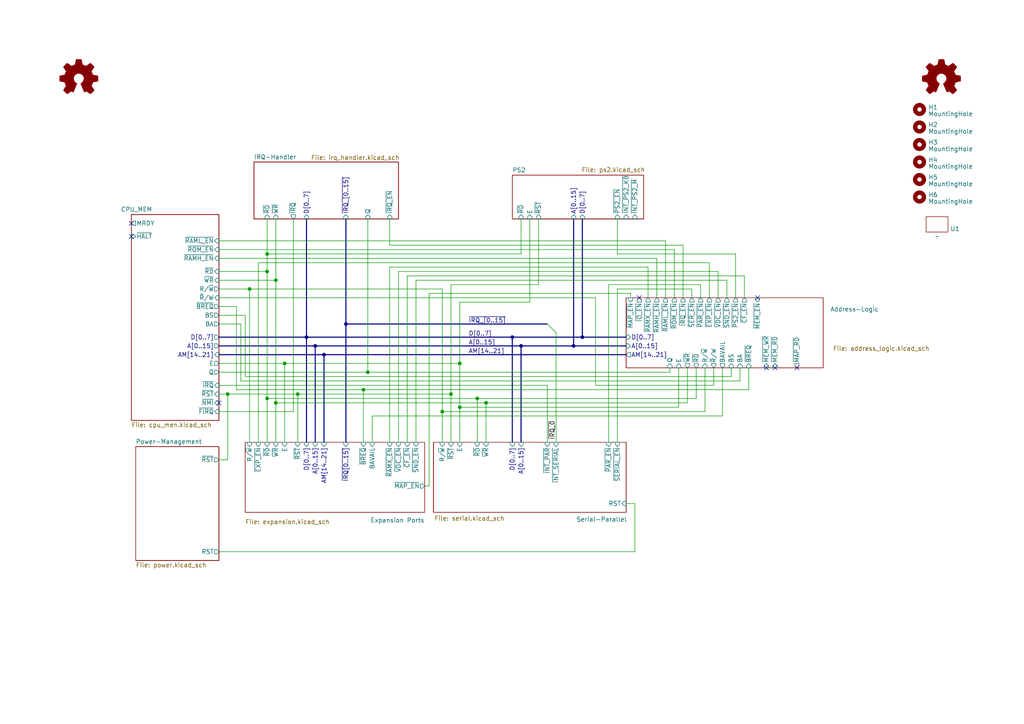
<source format=kicad_sch>
(kicad_sch
	(version 20250114)
	(generator "eeschema")
	(generator_version "9.0")
	(uuid "4cf1c087-5c32-4958-ab30-5e92afc4ef4b")
	(paper "A4")
	(title_block
		(date "2025-03-03")
		(rev "C0")
		(company "Eric Lind")
	)
	(lib_symbols
		(symbol "Graphic:Logo_Open_Hardware_Small"
			(exclude_from_sim no)
			(in_bom no)
			(on_board no)
			(property "Reference" "#SYM"
				(at 0 6.985 0)
				(effects
					(font
						(size 1.27 1.27)
					)
					(hide yes)
				)
			)
			(property "Value" "Logo_Open_Hardware_Small"
				(at 0 -5.715 0)
				(effects
					(font
						(size 1.27 1.27)
					)
					(hide yes)
				)
			)
			(property "Footprint" ""
				(at 0 0 0)
				(effects
					(font
						(size 1.27 1.27)
					)
					(hide yes)
				)
			)
			(property "Datasheet" "~"
				(at 0 0 0)
				(effects
					(font
						(size 1.27 1.27)
					)
					(hide yes)
				)
			)
			(property "Description" "Open Hardware logo, small"
				(at 0 0 0)
				(effects
					(font
						(size 1.27 1.27)
					)
					(hide yes)
				)
			)
			(property "Sim.Enable" "0"
				(at 0 0 0)
				(effects
					(font
						(size 1.27 1.27)
					)
					(hide yes)
				)
			)
			(property "ki_keywords" "Logo"
				(at 0 0 0)
				(effects
					(font
						(size 1.27 1.27)
					)
					(hide yes)
				)
			)
			(symbol "Logo_Open_Hardware_Small_0_1"
				(polyline
					(pts
						(xy 3.3528 -4.3434) (xy 3.302 -4.318) (xy 3.175 -4.2418) (xy 2.9972 -4.1148) (xy 2.7686 -3.9624)
						(xy 2.54 -3.81) (xy 2.3622 -3.7084) (xy 2.2352 -3.6068) (xy 2.1844 -3.5814) (xy 2.159 -3.6068)
						(xy 2.0574 -3.6576) (xy 1.905 -3.7338) (xy 1.8034 -3.7846) (xy 1.6764 -3.8354) (xy 1.6002 -3.8354)
						(xy 1.6002 -3.8354) (xy 1.5494 -3.7338) (xy 1.4732 -3.5306) (xy 1.3462 -3.302) (xy 1.2446 -3.0226)
						(xy 1.1176 -2.7178) (xy 0.9652 -2.413) (xy 0.8636 -2.1082) (xy 0.7366 -1.8288) (xy 0.6604 -1.6256)
						(xy 0.6096 -1.4732) (xy 0.5842 -1.397) (xy 0.5842 -1.397) (xy 0.6604 -1.3208) (xy 0.7874 -1.2446)
						(xy 1.0414 -1.016) (xy 1.2954 -0.6858) (xy 1.4478 -0.3302) (xy 1.524 0.0762) (xy 1.4732 0.4572)
						(xy 1.3208 0.8128) (xy 1.0668 1.143) (xy 0.762 1.3716) (xy 0.4064 1.524) (xy 0 1.5748) (xy -0.381 1.5494)
						(xy -0.7366 1.397) (xy -1.0668 1.143) (xy -1.2192 0.9906) (xy -1.397 0.6604) (xy -1.524 0.3048)
						(xy -1.524 0.2286) (xy -1.4986 -0.1778) (xy -1.397 -0.5334) (xy -1.1938 -0.8636) (xy -0.9144 -1.143)
						(xy -0.8636 -1.1684) (xy -0.7366 -1.27) (xy -0.635 -1.3462) (xy -0.5842 -1.397) (xy -1.0668 -2.5908)
						(xy -1.143 -2.794) (xy -1.2954 -3.1242) (xy -1.397 -3.4036) (xy -1.4986 -3.6322) (xy -1.5748 -3.7846)
						(xy -1.6002 -3.8354) (xy -1.6002 -3.8354) (xy -1.651 -3.8354) (xy -1.7272 -3.81) (xy -1.905 -3.7338)
						(xy -2.0066 -3.683) (xy -2.1336 -3.6068) (xy -2.2098 -3.5814) (xy -2.2606 -3.6068) (xy -2.3622 -3.683)
						(xy -2.54 -3.81) (xy -2.7686 -3.9624) (xy -2.9718 -4.0894) (xy -3.1496 -4.2164) (xy -3.302 -4.318)
						(xy -3.3528 -4.3434) (xy -3.3782 -4.3434) (xy -3.429 -4.318) (xy -3.5306 -4.2164) (xy -3.7084 -4.064)
						(xy -3.937 -3.8354) (xy -3.9624 -3.81) (xy -4.1656 -3.6068) (xy -4.318 -3.4544) (xy -4.4196 -3.3274)
						(xy -4.445 -3.2766) (xy -4.445 -3.2766) (xy -4.4196 -3.2258) (xy -4.318 -3.0734) (xy -4.2164 -2.8956)
						(xy -4.064 -2.667) (xy -3.6576 -2.0828) (xy -3.8862 -1.5494) (xy -3.937 -1.3716) (xy -4.0386 -1.1684)
						(xy -4.0894 -1.0414) (xy -4.1148 -0.9652) (xy -4.191 -0.9398) (xy -4.318 -0.9144) (xy -4.5466 -0.8636)
						(xy -4.8006 -0.8128) (xy -5.0546 -0.7874) (xy -5.2578 -0.7366) (xy -5.4356 -0.7112) (xy -5.5118 -0.6858)
						(xy -5.5118 -0.6858) (xy -5.5372 -0.635) (xy -5.5372 -0.5588) (xy -5.5372 -0.4318) (xy -5.5626 -0.2286)
						(xy -5.5626 0.0762) (xy -5.5626 0.127) (xy -5.5372 0.4064) (xy -5.5372 0.635) (xy -5.5372 0.762)
						(xy -5.5372 0.8382) (xy -5.5372 0.8382) (xy -5.461 0.8382) (xy -5.3086 0.889) (xy -5.08 0.9144)
						(xy -4.826 0.9652) (xy -4.8006 0.9906) (xy -4.5466 1.0414) (xy -4.318 1.0668) (xy -4.1656 1.1176)
						(xy -4.0894 1.143) (xy -4.0894 1.143) (xy -4.0386 1.2446) (xy -3.9624 1.4224) (xy -3.8608 1.6256)
						(xy -3.7846 1.8288) (xy -3.7084 2.0066) (xy -3.6576 2.159) (xy -3.6322 2.2098) (xy -3.6322 2.2098)
						(xy -3.683 2.286) (xy -3.7592 2.413) (xy -3.8862 2.5908) (xy -4.064 2.8194) (xy -4.064 2.8448)
						(xy -4.2164 3.0734) (xy -4.3434 3.2512) (xy -4.4196 3.3782) (xy -4.445 3.4544) (xy -4.445 3.4544)
						(xy -4.3942 3.5052) (xy -4.2926 3.6322) (xy -4.1148 3.81) (xy -3.937 4.0132) (xy -3.8608 4.064)
						(xy -3.6576 4.2926) (xy -3.5052 4.4196) (xy -3.4036 4.4958) (xy -3.3528 4.5212) (xy -3.3528 4.5212)
						(xy -3.302 4.4704) (xy -3.1496 4.3688) (xy -2.9718 4.2418) (xy -2.7432 4.0894) (xy -2.7178 4.0894)
						(xy -2.4892 3.937) (xy -2.3114 3.81) (xy -2.1844 3.7084) (xy -2.1336 3.683) (xy -2.1082 3.683)
						(xy -2.032 3.7084) (xy -1.8542 3.7592) (xy -1.6764 3.8354) (xy -1.4732 3.937) (xy -1.27 4.0132)
						(xy -1.143 4.064) (xy -1.0668 4.1148) (xy -1.0668 4.1148) (xy -1.0414 4.191) (xy -1.016 4.3434)
						(xy -0.9652 4.572) (xy -0.9144 4.8514) (xy -0.889 4.9022) (xy -0.8382 5.1562) (xy -0.8128 5.3848)
						(xy -0.7874 5.5372) (xy -0.762 5.588) (xy -0.7112 5.6134) (xy -0.5842 5.6134) (xy -0.4064 5.6134)
						(xy -0.1524 5.6134) (xy 0.0762 5.6134) (xy 0.3302 5.6134) (xy 0.5334 5.6134) (xy 0.6858 5.588)
						(xy 0.7366 5.588) (xy 0.7366 5.588) (xy 0.762 5.5118) (xy 0.8128 5.334) (xy 0.8382 5.1054) (xy 0.9144 4.826)
						(xy 0.9144 4.7752) (xy 0.9652 4.5212) (xy 1.016 4.2926) (xy 1.0414 4.1402) (xy 1.0668 4.0894)
						(xy 1.0668 4.0894) (xy 1.1938 4.0386) (xy 1.3716 3.9624) (xy 1.5748 3.8608) (xy 2.0828 3.6576)
						(xy 2.7178 4.0894) (xy 2.7686 4.1402) (xy 2.9972 4.2926) (xy 3.175 4.4196) (xy 3.302 4.4958) (xy 3.3782 4.5212)
						(xy 3.3782 4.5212) (xy 3.429 4.4704) (xy 3.556 4.3434) (xy 3.7338 4.191) (xy 3.9116 3.9878) (xy 4.064 3.8354)
						(xy 4.2418 3.6576) (xy 4.3434 3.556) (xy 4.4196 3.4798) (xy 4.4196 3.429) (xy 4.4196 3.4036) (xy 4.3942 3.3274)
						(xy 4.2926 3.2004) (xy 4.1656 2.9972) (xy 4.0132 2.794) (xy 3.8862 2.5908) (xy 3.7592 2.3876)
						(xy 3.6576 2.2352) (xy 3.6322 2.159) (xy 3.6322 2.1336) (xy 3.683 2.0066) (xy 3.7592 1.8288) (xy 3.8608 1.6002)
						(xy 4.064 1.1176) (xy 4.3942 1.0414) (xy 4.5974 1.016) (xy 4.8768 0.9652) (xy 5.1308 0.9144) (xy 5.5372 0.8382)
						(xy 5.5626 -0.6604) (xy 5.4864 -0.6858) (xy 5.4356 -0.6858) (xy 5.2832 -0.7366) (xy 5.0546 -0.762)
						(xy 4.8006 -0.8128) (xy 4.5974 -0.8636) (xy 4.3688 -0.9144) (xy 4.2164 -0.9398) (xy 4.1402 -0.9398)
						(xy 4.1148 -0.9652) (xy 4.064 -1.0668) (xy 3.9878 -1.2446) (xy 3.9116 -1.4478) (xy 3.81 -1.651)
						(xy 3.7338 -1.8542) (xy 3.683 -2.0066) (xy 3.6576 -2.0828) (xy 3.683 -2.1336) (xy 3.7846 -2.2606)
						(xy 3.8862 -2.4638) (xy 4.0386 -2.667) (xy 4.191 -2.8956) (xy 4.318 -3.0734) (xy 4.3942 -3.2004)
						(xy 4.445 -3.2766) (xy 4.4196 -3.3274) (xy 4.3434 -3.429) (xy 4.1656 -3.5814) (xy 3.937 -3.8354)
						(xy 3.8862 -3.8608) (xy 3.683 -4.064) (xy 3.5306 -4.2164) (xy 3.4036 -4.318) (xy 3.3528 -4.3434)
					)
					(stroke
						(width 0)
						(type default)
					)
					(fill
						(type outline)
					)
				)
			)
			(embedded_fonts no)
		)
		(symbol "Mechanical:MountingHole"
			(pin_names
				(offset 1.016)
			)
			(exclude_from_sim no)
			(in_bom yes)
			(on_board yes)
			(property "Reference" "H"
				(at 0 5.08 0)
				(effects
					(font
						(size 1.27 1.27)
					)
				)
			)
			(property "Value" "MountingHole"
				(at 0 3.175 0)
				(effects
					(font
						(size 1.27 1.27)
					)
				)
			)
			(property "Footprint" ""
				(at 0 0 0)
				(effects
					(font
						(size 1.27 1.27)
					)
					(hide yes)
				)
			)
			(property "Datasheet" "~"
				(at 0 0 0)
				(effects
					(font
						(size 1.27 1.27)
					)
					(hide yes)
				)
			)
			(property "Description" "Mounting Hole without connection"
				(at 0 0 0)
				(effects
					(font
						(size 1.27 1.27)
					)
					(hide yes)
				)
			)
			(property "ki_keywords" "mounting hole"
				(at 0 0 0)
				(effects
					(font
						(size 1.27 1.27)
					)
					(hide yes)
				)
			)
			(property "ki_fp_filters" "MountingHole*"
				(at 0 0 0)
				(effects
					(font
						(size 1.27 1.27)
					)
					(hide yes)
				)
			)
			(symbol "MountingHole_0_1"
				(circle
					(center 0 0)
					(radius 1.27)
					(stroke
						(width 1.27)
						(type default)
					)
					(fill
						(type none)
					)
				)
			)
			(embedded_fonts no)
		)
		(symbol "motherboard:mITX"
			(exclude_from_sim no)
			(in_bom yes)
			(on_board yes)
			(property "Reference" "U"
				(at 0 0 0)
				(effects
					(font
						(size 1.27 1.27)
					)
				)
			)
			(property "Value" ""
				(at 0 0 0)
				(effects
					(font
						(size 1.27 1.27)
					)
				)
			)
			(property "Footprint" "motherboard:mITX"
				(at 0 0 0)
				(effects
					(font
						(size 1.27 1.27)
					)
					(hide yes)
				)
			)
			(property "Datasheet" ""
				(at 0 0 0)
				(effects
					(font
						(size 1.27 1.27)
					)
					(hide yes)
				)
			)
			(property "Description" ""
				(at 0 0 0)
				(effects
					(font
						(size 1.27 1.27)
					)
					(hide yes)
				)
			)
			(symbol "mITX_0_1"
				(rectangle
					(start -3.175 5.715)
					(end 3.175 1.27)
					(stroke
						(width 0)
						(type default)
					)
					(fill
						(type none)
					)
				)
				(rectangle
					(start -1.905 5.715)
					(end -1.905 5.715)
					(stroke
						(width 0)
						(type default)
					)
					(fill
						(type none)
					)
				)
				(rectangle
					(start -1.905 5.715)
					(end -1.905 5.715)
					(stroke
						(width 0)
						(type default)
					)
					(fill
						(type none)
					)
				)
				(rectangle
					(start 0 -0.635)
					(end 0 -0.635)
					(stroke
						(width 0)
						(type default)
					)
					(fill
						(type none)
					)
				)
				(rectangle
					(start 0 -0.635)
					(end 0 -0.635)
					(stroke
						(width 0)
						(type default)
					)
					(fill
						(type none)
					)
				)
			)
			(embedded_fonts no)
		)
	)
	(junction
		(at 77.47 78.74)
		(diameter 0)
		(color 0 0 0 0)
		(uuid "0c35ef48-068f-4fe8-be5d-31f9a9be0abe")
	)
	(junction
		(at 80.01 81.28)
		(diameter 0)
		(color 0 0 0 0)
		(uuid "1b052e2b-9846-46e6-83fe-d041cdc5aad4")
	)
	(junction
		(at 93.98 102.87)
		(diameter 0)
		(color 0 0 0 0)
		(uuid "238b032a-bb13-47ce-9cb4-2b92eb414fb4")
	)
	(junction
		(at 166.37 100.33)
		(diameter 0)
		(color 0 0 0 0)
		(uuid "2722caf9-513a-47a4-be1b-c205d5a2fcea")
	)
	(junction
		(at 151.13 100.33)
		(diameter 0)
		(color 0 0 0 0)
		(uuid "277f89f3-b8ba-4bcc-9b52-05296d4d3750")
	)
	(junction
		(at 77.47 73.66)
		(diameter 0)
		(color 0 0 0 0)
		(uuid "33abe4dc-f9f6-43fe-8b9a-d2a55ee2894e")
	)
	(junction
		(at 138.43 115.57)
		(diameter 0)
		(color 0 0 0 0)
		(uuid "3ab77c98-3eb1-4b49-b113-d6270e663582")
	)
	(junction
		(at 86.36 114.3)
		(diameter 0)
		(color 0 0 0 0)
		(uuid "3f41441b-c9dd-4908-bd2f-3b66c4508e0c")
	)
	(junction
		(at 88.9 97.79)
		(diameter 0)
		(color 0 0 0 0)
		(uuid "48d24ff3-5a50-4fd1-b692-c5c0a3219cd5")
	)
	(junction
		(at 82.55 105.41)
		(diameter 0)
		(color 0 0 0 0)
		(uuid "530c8fe4-a7f8-47ef-97d6-223064fb19cd")
	)
	(junction
		(at 72.39 83.82)
		(diameter 0)
		(color 0 0 0 0)
		(uuid "55e7ac78-963b-4196-b229-93edbb9cd30b")
	)
	(junction
		(at 128.27 119.38)
		(diameter 0)
		(color 0 0 0 0)
		(uuid "6485d84b-d606-4848-be70-1d86b3c04a9e")
	)
	(junction
		(at 66.04 114.3)
		(diameter 0)
		(color 0 0 0 0)
		(uuid "83664fde-73b8-40e1-b6d1-adf2fe3d46f1")
	)
	(junction
		(at 133.35 105.41)
		(diameter 0)
		(color 0 0 0 0)
		(uuid "916b20b1-ecfa-4eeb-978e-5409e3c9fc42")
	)
	(junction
		(at 148.59 97.79)
		(diameter 0)
		(color 0 0 0 0)
		(uuid "94bebd48-f151-4bf0-b828-ece434f87ed9")
	)
	(junction
		(at 77.47 115.57)
		(diameter 0)
		(color 0 0 0 0)
		(uuid "952b1038-b77f-40fb-9d17-da572487e6ec")
	)
	(junction
		(at 80.01 116.84)
		(diameter 0)
		(color 0 0 0 0)
		(uuid "a6ba641f-53b3-4c95-b8e6-a122b76e9e6e")
	)
	(junction
		(at 106.68 107.95)
		(diameter 0)
		(color 0 0 0 0)
		(uuid "b61ee620-4666-41dd-a5a9-f75058af5cd0")
	)
	(junction
		(at 100.33 93.98)
		(diameter 0)
		(color 0 0 0 0)
		(uuid "b8a4c36d-2f04-47af-96d3-847b81628a28")
	)
	(junction
		(at 140.97 116.84)
		(diameter 0)
		(color 0 0 0 0)
		(uuid "c7fdc8dc-f4d5-4bab-b6d8-eabbf79e5588")
	)
	(junction
		(at 130.81 114.3)
		(diameter 0)
		(color 0 0 0 0)
		(uuid "d3c4cd66-48b7-4ce2-9377-4fe7ab2d0db6")
	)
	(junction
		(at 91.44 100.33)
		(diameter 0)
		(color 0 0 0 0)
		(uuid "d7474274-c202-40a8-8da8-170b5fc4dc4f")
	)
	(junction
		(at 133.35 118.11)
		(diameter 0)
		(color 0 0 0 0)
		(uuid "ea4e7bde-fa29-4777-bc39-a0b500490ad9")
	)
	(junction
		(at 105.41 113.03)
		(diameter 0)
		(color 0 0 0 0)
		(uuid "f6ad3577-ff40-44a9-8c96-af496c281ae8")
	)
	(junction
		(at 168.91 97.79)
		(diameter 0)
		(color 0 0 0 0)
		(uuid "febfb673-6fa9-4c24-8778-1ea23c57bfe9")
	)
	(no_connect
		(at 38.1 68.58)
		(uuid "063eeeb9-41b6-4331-bb80-6ea00733e20d")
	)
	(no_connect
		(at 63.5 116.84)
		(uuid "37b4d194-e57b-4b38-9e98-f13c365983c5")
	)
	(no_connect
		(at 222.25 106.68)
		(uuid "4829c488-6870-4bf9-8a39-983b5ce916ed")
	)
	(no_connect
		(at 224.79 106.68)
		(uuid "9c594292-312e-48cd-ab8d-c1523a574afb")
	)
	(no_connect
		(at 185.42 86.36)
		(uuid "9c5d8857-a79d-4381-8e1e-1bb968a1afd0")
	)
	(no_connect
		(at 231.14 106.68)
		(uuid "a5389425-14f5-4dca-93ed-4a55fd0d7e46")
	)
	(no_connect
		(at 219.71 86.36)
		(uuid "b969d399-52b0-4f68-be8c-6af1ab068bba")
	)
	(no_connect
		(at 38.1 64.77)
		(uuid "b9b3f625-f3af-4e9c-af90-bbf1d86f9357")
	)
	(bus_entry
		(at 158.75 93.98)
		(size 2.54 2.54)
		(stroke
			(width 0)
			(type default)
		)
		(uuid "1ab5221b-121a-44c9-823d-ea761c9b4428")
	)
	(wire
		(pts
			(xy 63.5 81.28) (xy 80.01 81.28)
		)
		(stroke
			(width 0)
			(type default)
		)
		(uuid "01bee8e6-a388-4408-aa93-001719b2eab9")
	)
	(wire
		(pts
			(xy 151.13 73.66) (xy 77.47 73.66)
		)
		(stroke
			(width 0)
			(type default)
		)
		(uuid "02e7aa00-5551-4225-8cb7-9f8667505f23")
	)
	(wire
		(pts
			(xy 80.01 81.28) (xy 80.01 116.84)
		)
		(stroke
			(width 0)
			(type default)
		)
		(uuid "04222302-99ed-43bf-b16d-80a016914400")
	)
	(wire
		(pts
			(xy 128.27 83.82) (xy 128.27 119.38)
		)
		(stroke
			(width 0)
			(type default)
		)
		(uuid "048eb5dd-80a1-417e-a714-ca98480035f1")
	)
	(wire
		(pts
			(xy 72.39 83.82) (xy 72.39 128.27)
		)
		(stroke
			(width 0)
			(type default)
		)
		(uuid "0884f0aa-6271-4a03-b8aa-f931afbeb6fd")
	)
	(wire
		(pts
			(xy 80.01 128.27) (xy 80.01 116.84)
		)
		(stroke
			(width 0)
			(type default)
		)
		(uuid "0ab6360d-2131-4c30-8500-8d51d88de802")
	)
	(wire
		(pts
			(xy 196.85 118.11) (xy 196.85 106.68)
		)
		(stroke
			(width 0)
			(type default)
		)
		(uuid "0b24506d-1ecc-4979-9a12-7bfa3a6dc9db")
	)
	(wire
		(pts
			(xy 63.5 78.74) (xy 77.47 78.74)
		)
		(stroke
			(width 0)
			(type default)
		)
		(uuid "0f52fdec-ca32-4537-8a75-eb619b32a392")
	)
	(wire
		(pts
			(xy 210.82 81.28) (xy 210.82 86.36)
		)
		(stroke
			(width 0)
			(type default)
		)
		(uuid "0fb4768a-288b-4eb9-8c06-fc33e9c1922a")
	)
	(wire
		(pts
			(xy 63.5 83.82) (xy 72.39 83.82)
		)
		(stroke
			(width 0)
			(type default)
		)
		(uuid "118be966-db3c-4741-a8a4-542e86ab6e43")
	)
	(wire
		(pts
			(xy 106.68 107.95) (xy 194.31 107.95)
		)
		(stroke
			(width 0)
			(type default)
		)
		(uuid "1364afe8-ec87-4faf-b168-1dadef3f1312")
	)
	(wire
		(pts
			(xy 77.47 63.5) (xy 77.47 73.66)
		)
		(stroke
			(width 0)
			(type default)
		)
		(uuid "14d6da47-27d5-4deb-a7ef-2390cfec514b")
	)
	(wire
		(pts
			(xy 190.5 74.93) (xy 190.5 86.36)
		)
		(stroke
			(width 0)
			(type default)
		)
		(uuid "197b608e-bcd8-4471-8ba6-316929f2342a")
	)
	(wire
		(pts
			(xy 153.67 63.5) (xy 153.67 87.63)
		)
		(stroke
			(width 0)
			(type default)
		)
		(uuid "19a9b5b6-8481-4323-8e4a-621449f98f04")
	)
	(wire
		(pts
			(xy 176.53 128.27) (xy 176.53 82.55)
		)
		(stroke
			(width 0)
			(type default)
		)
		(uuid "1d458c68-4807-490d-8262-aac0312fbcbf")
	)
	(wire
		(pts
			(xy 203.2 82.55) (xy 203.2 86.36)
		)
		(stroke
			(width 0)
			(type default)
		)
		(uuid "1f2e9350-4b03-41fd-9605-965b5009070b")
	)
	(wire
		(pts
			(xy 107.95 120.65) (xy 107.95 128.27)
		)
		(stroke
			(width 0)
			(type default)
		)
		(uuid "1f6059f5-a071-4ac9-bc8a-0e1ce7903e8d")
	)
	(wire
		(pts
			(xy 106.68 63.5) (xy 106.68 107.95)
		)
		(stroke
			(width 0)
			(type default)
		)
		(uuid "1fe3a0dd-6ec4-40a5-9382-dce7d77b5b14")
	)
	(wire
		(pts
			(xy 71.12 109.22) (xy 212.09 109.22)
		)
		(stroke
			(width 0)
			(type default)
		)
		(uuid "23812494-1928-4a59-95e9-28731094ab1a")
	)
	(wire
		(pts
			(xy 63.5 72.39) (xy 195.58 72.39)
		)
		(stroke
			(width 0)
			(type default)
		)
		(uuid "241f7f98-bfb5-400d-b67b-a77334de089f")
	)
	(bus
		(pts
			(xy 151.13 100.33) (xy 151.13 128.27)
		)
		(stroke
			(width 0)
			(type default)
		)
		(uuid "259b718a-20b0-4c68-b287-a911c3bb7d62")
	)
	(wire
		(pts
			(xy 105.41 113.03) (xy 105.41 128.27)
		)
		(stroke
			(width 0)
			(type default)
		)
		(uuid "25d74a21-95d8-4576-ba81-7154ff0ee969")
	)
	(wire
		(pts
			(xy 63.5 133.35) (xy 66.04 133.35)
		)
		(stroke
			(width 0)
			(type default)
		)
		(uuid "26cea193-107b-4a0a-af37-4009fb36c46f")
	)
	(wire
		(pts
			(xy 176.53 82.55) (xy 203.2 82.55)
		)
		(stroke
			(width 0)
			(type default)
		)
		(uuid "279e11ec-84fb-4924-8a53-a46410ca32e7")
	)
	(wire
		(pts
			(xy 138.43 115.57) (xy 138.43 128.27)
		)
		(stroke
			(width 0)
			(type default)
		)
		(uuid "29d35b52-f480-4624-84ad-27980a79fea5")
	)
	(wire
		(pts
			(xy 215.9 80.01) (xy 215.9 86.36)
		)
		(stroke
			(width 0)
			(type default)
		)
		(uuid "2d28c299-262b-4e6c-940d-f42d0f530b15")
	)
	(wire
		(pts
			(xy 179.07 73.66) (xy 213.36 73.66)
		)
		(stroke
			(width 0)
			(type default)
		)
		(uuid "2d5ad948-0f47-4f13-9725-8dbf00243729")
	)
	(bus
		(pts
			(xy 148.59 97.79) (xy 148.59 128.27)
		)
		(stroke
			(width 0)
			(type default)
		)
		(uuid "2d8621da-ba1d-4d42-acc6-5b3c0359e408")
	)
	(wire
		(pts
			(xy 209.55 106.68) (xy 209.55 120.65)
		)
		(stroke
			(width 0)
			(type default)
		)
		(uuid "322722d9-50da-45fb-a984-c21a2f1557e6")
	)
	(wire
		(pts
			(xy 184.15 146.05) (xy 181.61 146.05)
		)
		(stroke
			(width 0)
			(type default)
		)
		(uuid "32ec297b-c91f-4e91-ae88-925e7759c45c")
	)
	(wire
		(pts
			(xy 69.85 110.49) (xy 69.85 93.98)
		)
		(stroke
			(width 0)
			(type default)
		)
		(uuid "33300a9e-f156-4d36-afc3-0e74ee5cbb88")
	)
	(bus
		(pts
			(xy 91.44 100.33) (xy 91.44 128.27)
		)
		(stroke
			(width 0)
			(type default)
		)
		(uuid "3344fa68-885e-4a48-9d68-8f84ae17425c")
	)
	(wire
		(pts
			(xy 86.36 114.3) (xy 130.81 114.3)
		)
		(stroke
			(width 0)
			(type default)
		)
		(uuid "33751e41-6354-4402-952c-c34f02a784c8")
	)
	(wire
		(pts
			(xy 77.47 115.57) (xy 77.47 128.27)
		)
		(stroke
			(width 0)
			(type default)
		)
		(uuid "35cbb22b-3568-4447-89e1-762c2a6638d6")
	)
	(wire
		(pts
			(xy 161.29 96.52) (xy 161.29 128.27)
		)
		(stroke
			(width 0)
			(type default)
		)
		(uuid "364e36d9-f190-45ec-a797-9504b5c430d3")
	)
	(bus
		(pts
			(xy 166.37 63.5) (xy 166.37 100.33)
		)
		(stroke
			(width 0)
			(type default)
		)
		(uuid "3a8c6b7d-b36f-4d34-a27e-c00efa2ac0cb")
	)
	(wire
		(pts
			(xy 212.09 109.22) (xy 212.09 106.68)
		)
		(stroke
			(width 0)
			(type default)
		)
		(uuid "3c2a07af-6818-462e-aa9f-95d8cc2c048b")
	)
	(wire
		(pts
			(xy 156.21 63.5) (xy 156.21 82.55)
		)
		(stroke
			(width 0)
			(type default)
		)
		(uuid "3cd5f6ad-ab42-4c70-a5d0-ac80b4299079")
	)
	(wire
		(pts
			(xy 128.27 119.38) (xy 128.27 128.27)
		)
		(stroke
			(width 0)
			(type default)
		)
		(uuid "3d3b75a0-52b1-4d4c-a115-ccd618907f6b")
	)
	(bus
		(pts
			(xy 166.37 100.33) (xy 181.61 100.33)
		)
		(stroke
			(width 0)
			(type default)
		)
		(uuid "3ea8de63-f274-43f3-b125-37f993ce1294")
	)
	(bus
		(pts
			(xy 63.5 102.87) (xy 93.98 102.87)
		)
		(stroke
			(width 0)
			(type default)
		)
		(uuid "400b64f2-44cc-4a8a-9687-a2d686e09c52")
	)
	(wire
		(pts
			(xy 72.39 83.82) (xy 128.27 83.82)
		)
		(stroke
			(width 0)
			(type default)
		)
		(uuid "406d7302-9730-44d9-9a46-f8ad6a9be078")
	)
	(wire
		(pts
			(xy 63.5 91.44) (xy 71.12 91.44)
		)
		(stroke
			(width 0)
			(type default)
		)
		(uuid "40baf2fa-c340-49a0-a100-277a1f4fe082")
	)
	(wire
		(pts
			(xy 124.46 140.97) (xy 124.46 85.09)
		)
		(stroke
			(width 0)
			(type default)
		)
		(uuid "40c4de33-49c1-4b57-a95f-cbdfcc5fc712")
	)
	(wire
		(pts
			(xy 130.81 82.55) (xy 130.81 114.3)
		)
		(stroke
			(width 0)
			(type default)
		)
		(uuid "413d06aa-c864-4055-8cae-c42bcdffa39c")
	)
	(wire
		(pts
			(xy 115.57 128.27) (xy 115.57 78.74)
		)
		(stroke
			(width 0)
			(type default)
		)
		(uuid "4280e2e8-79e4-40c9-8eef-0c3cbe29795e")
	)
	(wire
		(pts
			(xy 140.97 116.84) (xy 140.97 128.27)
		)
		(stroke
			(width 0)
			(type default)
		)
		(uuid "4353e19b-a928-43bf-be4f-b2a3af1c1826")
	)
	(bus
		(pts
			(xy 168.91 63.5) (xy 168.91 97.79)
		)
		(stroke
			(width 0)
			(type default)
		)
		(uuid "46a7669f-abfb-4373-a9db-91cfac77e5fb")
	)
	(wire
		(pts
			(xy 214.63 106.68) (xy 214.63 110.49)
		)
		(stroke
			(width 0)
			(type default)
		)
		(uuid "4a17c797-e99e-487f-a3ba-84070f139461")
	)
	(wire
		(pts
			(xy 63.5 107.95) (xy 106.68 107.95)
		)
		(stroke
			(width 0)
			(type default)
		)
		(uuid "4cc5ac6a-d4f2-4445-b0ea-46ae33e8b17a")
	)
	(bus
		(pts
			(xy 91.44 100.33) (xy 151.13 100.33)
		)
		(stroke
			(width 0)
			(type default)
		)
		(uuid "4e06b080-6c55-48bd-ba38-3878d26270f6")
	)
	(wire
		(pts
			(xy 63.5 160.02) (xy 184.15 160.02)
		)
		(stroke
			(width 0)
			(type default)
		)
		(uuid "4e50ae45-a1c7-4859-9088-ccec7ee5f130")
	)
	(bus
		(pts
			(xy 93.98 102.87) (xy 93.98 128.27)
		)
		(stroke
			(width 0)
			(type default)
		)
		(uuid "501dad52-fbe5-4d62-9034-d18d09b7254e")
	)
	(bus
		(pts
			(xy 151.13 100.33) (xy 166.37 100.33)
		)
		(stroke
			(width 0)
			(type default)
		)
		(uuid "53c564f1-7c74-40c3-b71c-a492b41ec996")
	)
	(wire
		(pts
			(xy 193.04 69.85) (xy 193.04 86.36)
		)
		(stroke
			(width 0)
			(type default)
		)
		(uuid "544d0d3e-021c-4542-99ad-a1c153f4606a")
	)
	(wire
		(pts
			(xy 68.58 113.03) (xy 105.41 113.03)
		)
		(stroke
			(width 0)
			(type default)
		)
		(uuid "54575073-86c5-4f81-a763-6c93d3c0a60f")
	)
	(wire
		(pts
			(xy 195.58 72.39) (xy 195.58 86.36)
		)
		(stroke
			(width 0)
			(type default)
		)
		(uuid "55e0b9cb-dac4-41b7-9cfa-4e7b9469f3f5")
	)
	(bus
		(pts
			(xy 100.33 93.98) (xy 158.75 93.98)
		)
		(stroke
			(width 0)
			(type default)
		)
		(uuid "55f972c0-e106-4a3b-961d-9a2a22ecc961")
	)
	(wire
		(pts
			(xy 115.57 78.74) (xy 208.28 78.74)
		)
		(stroke
			(width 0)
			(type default)
		)
		(uuid "560be15c-4d46-4ca7-a7bf-40acd43c7dcc")
	)
	(wire
		(pts
			(xy 128.27 119.38) (xy 204.47 119.38)
		)
		(stroke
			(width 0)
			(type default)
		)
		(uuid "5b039efc-993f-430b-a88d-4c88f8162347")
	)
	(wire
		(pts
			(xy 208.28 78.74) (xy 208.28 86.36)
		)
		(stroke
			(width 0)
			(type default)
		)
		(uuid "5e6c6e3d-0f55-4cc4-8c5f-a5bea9d0d3fb")
	)
	(wire
		(pts
			(xy 80.01 116.84) (xy 140.97 116.84)
		)
		(stroke
			(width 0)
			(type default)
		)
		(uuid "667386e2-3abf-442d-98d8-cd081c8df5be")
	)
	(wire
		(pts
			(xy 172.72 86.36) (xy 172.72 111.76)
		)
		(stroke
			(width 0)
			(type default)
		)
		(uuid "66794f32-9365-409b-a9ae-564afc546424")
	)
	(wire
		(pts
			(xy 124.46 140.97) (xy 123.19 140.97)
		)
		(stroke
			(width 0)
			(type default)
		)
		(uuid "66aff1c4-581b-41b1-9ce6-7c65b4a97854")
	)
	(bus
		(pts
			(xy 63.5 100.33) (xy 91.44 100.33)
		)
		(stroke
			(width 0)
			(type default)
		)
		(uuid "678efe19-e6db-40e1-8115-3c07ccf346b0")
	)
	(wire
		(pts
			(xy 66.04 133.35) (xy 66.04 114.3)
		)
		(stroke
			(width 0)
			(type default)
		)
		(uuid "690c2c58-5ced-4282-8a88-8505eb574498")
	)
	(wire
		(pts
			(xy 133.35 105.41) (xy 133.35 118.11)
		)
		(stroke
			(width 0)
			(type default)
		)
		(uuid "6a293054-403d-455b-b8d2-7081a0cd7117")
	)
	(wire
		(pts
			(xy 118.11 80.01) (xy 215.9 80.01)
		)
		(stroke
			(width 0)
			(type default)
		)
		(uuid "6baee64a-02df-4a98-852e-794c4f8bd993")
	)
	(wire
		(pts
			(xy 198.12 71.12) (xy 198.12 86.36)
		)
		(stroke
			(width 0)
			(type default)
		)
		(uuid "6ccade6b-4c1d-47ae-978a-e612e15c04fc")
	)
	(wire
		(pts
			(xy 118.11 128.27) (xy 118.11 80.01)
		)
		(stroke
			(width 0)
			(type default)
		)
		(uuid "731040c9-6786-482d-baa3-f74fab46e7cc")
	)
	(wire
		(pts
			(xy 63.5 119.38) (xy 85.09 119.38)
		)
		(stroke
			(width 0)
			(type default)
		)
		(uuid "7347256e-4aaa-433b-a17c-8e292b4555c5")
	)
	(wire
		(pts
			(xy 179.07 63.5) (xy 179.07 73.66)
		)
		(stroke
			(width 0)
			(type default)
		)
		(uuid "7487cda1-cbf2-4b04-afa9-1982faf8f355")
	)
	(wire
		(pts
			(xy 209.55 120.65) (xy 107.95 120.65)
		)
		(stroke
			(width 0)
			(type default)
		)
		(uuid "74b68cd9-0a8d-43ab-b2f3-81ce27911f4c")
	)
	(bus
		(pts
			(xy 63.5 97.79) (xy 88.9 97.79)
		)
		(stroke
			(width 0)
			(type default)
		)
		(uuid "7566dfd5-1d5b-4bc9-8bb0-6b2037aa58ea")
	)
	(bus
		(pts
			(xy 88.9 63.5) (xy 88.9 97.79)
		)
		(stroke
			(width 0)
			(type default)
		)
		(uuid "781d881e-4c71-4f3a-b9c4-29a342f95c9c")
	)
	(wire
		(pts
			(xy 201.93 106.68) (xy 201.93 115.57)
		)
		(stroke
			(width 0)
			(type default)
		)
		(uuid "7b08be47-9e74-4ca3-bbb5-5afef17f6075")
	)
	(wire
		(pts
			(xy 124.46 85.09) (xy 182.88 85.09)
		)
		(stroke
			(width 0)
			(type default)
		)
		(uuid "7bb283ff-43d2-4c60-ab47-fd6fb481052c")
	)
	(wire
		(pts
			(xy 156.21 82.55) (xy 130.81 82.55)
		)
		(stroke
			(width 0)
			(type default)
		)
		(uuid "7bbd9dcf-ed8c-40ce-811d-d0b2bdb6f048")
	)
	(wire
		(pts
			(xy 200.66 83.82) (xy 200.66 86.36)
		)
		(stroke
			(width 0)
			(type default)
		)
		(uuid "7c2e0f8f-02a3-471a-8acc-c4854eddec88")
	)
	(wire
		(pts
			(xy 133.35 118.11) (xy 133.35 128.27)
		)
		(stroke
			(width 0)
			(type default)
		)
		(uuid "7fffcb1a-7d8e-4058-a87d-1cca58956a27")
	)
	(wire
		(pts
			(xy 66.04 114.3) (xy 86.36 114.3)
		)
		(stroke
			(width 0)
			(type default)
		)
		(uuid "843aa8e5-ffd8-45c3-91a2-c5fa9d559820")
	)
	(bus
		(pts
			(xy 148.59 97.79) (xy 168.91 97.79)
		)
		(stroke
			(width 0)
			(type default)
		)
		(uuid "859868aa-45e3-4378-b126-33320909a53e")
	)
	(wire
		(pts
			(xy 207.01 111.76) (xy 207.01 106.68)
		)
		(stroke
			(width 0)
			(type default)
		)
		(uuid "8796d0d6-0f00-4be5-9a39-7d17c0f5fe9f")
	)
	(wire
		(pts
			(xy 63.5 86.36) (xy 172.72 86.36)
		)
		(stroke
			(width 0)
			(type default)
		)
		(uuid "8ad46cda-8f99-4cae-af71-365efd7e2484")
	)
	(wire
		(pts
			(xy 187.96 77.47) (xy 187.96 86.36)
		)
		(stroke
			(width 0)
			(type default)
		)
		(uuid "8b8def18-6957-4822-b87c-e6400c4b73ad")
	)
	(bus
		(pts
			(xy 88.9 97.79) (xy 148.59 97.79)
		)
		(stroke
			(width 0)
			(type default)
		)
		(uuid "8bcda15b-733d-461c-9aac-51537f42495c")
	)
	(wire
		(pts
			(xy 77.47 78.74) (xy 77.47 115.57)
		)
		(stroke
			(width 0)
			(type default)
		)
		(uuid "9111cff7-8e4e-4348-8255-8913485f2e94")
	)
	(wire
		(pts
			(xy 66.04 114.3) (xy 63.5 114.3)
		)
		(stroke
			(width 0)
			(type default)
		)
		(uuid "93ab3b9b-3b9f-4e70-b16a-cad990e9ea4a")
	)
	(wire
		(pts
			(xy 82.55 105.41) (xy 133.35 105.41)
		)
		(stroke
			(width 0)
			(type default)
		)
		(uuid "9af52f26-02e3-4f66-96e0-040dd1a2f526")
	)
	(wire
		(pts
			(xy 133.35 118.11) (xy 196.85 118.11)
		)
		(stroke
			(width 0)
			(type default)
		)
		(uuid "9bc5d61b-522d-408e-8da5-43f4da392f32")
	)
	(wire
		(pts
			(xy 120.65 128.27) (xy 120.65 81.28)
		)
		(stroke
			(width 0)
			(type default)
		)
		(uuid "9c4b3c39-0561-48c4-bfe0-85b2d4c4de1b")
	)
	(wire
		(pts
			(xy 85.09 119.38) (xy 85.09 63.5)
		)
		(stroke
			(width 0)
			(type default)
		)
		(uuid "9cdca52d-a824-4856-a050-8cb2476c5137")
	)
	(wire
		(pts
			(xy 151.13 63.5) (xy 151.13 73.66)
		)
		(stroke
			(width 0)
			(type default)
		)
		(uuid "9ef3e40f-71d5-404d-af77-58096ca7fba6")
	)
	(wire
		(pts
			(xy 77.47 73.66) (xy 77.47 78.74)
		)
		(stroke
			(width 0)
			(type default)
		)
		(uuid "aa1b6c59-b461-4d4a-9bb0-be5005c8c856")
	)
	(wire
		(pts
			(xy 182.88 85.09) (xy 182.88 86.36)
		)
		(stroke
			(width 0)
			(type default)
		)
		(uuid "ac4f1a6d-53e3-4409-95eb-669845435995")
	)
	(wire
		(pts
			(xy 113.03 71.12) (xy 198.12 71.12)
		)
		(stroke
			(width 0)
			(type default)
		)
		(uuid "b013348f-df3f-42b3-acc2-7ed60a7633aa")
	)
	(bus
		(pts
			(xy 88.9 97.79) (xy 88.9 128.27)
		)
		(stroke
			(width 0)
			(type default)
		)
		(uuid "b1aeca7e-b6b4-4c62-af83-9c53f50245b8")
	)
	(wire
		(pts
			(xy 120.65 81.28) (xy 210.82 81.28)
		)
		(stroke
			(width 0)
			(type default)
		)
		(uuid "b3073422-df95-459c-a4be-77af6e137a67")
	)
	(bus
		(pts
			(xy 168.91 97.79) (xy 181.61 97.79)
		)
		(stroke
			(width 0)
			(type default)
		)
		(uuid "b48664fd-707a-4758-a85c-508c712bdf0d")
	)
	(wire
		(pts
			(xy 63.5 111.76) (xy 158.75 111.76)
		)
		(stroke
			(width 0)
			(type default)
		)
		(uuid "b6133392-8a72-4848-82ac-a4b315b94ff2")
	)
	(wire
		(pts
			(xy 153.67 87.63) (xy 133.35 87.63)
		)
		(stroke
			(width 0)
			(type default)
		)
		(uuid "b6bfa78e-902d-40c7-9efd-8a5c12c9562a")
	)
	(wire
		(pts
			(xy 179.07 83.82) (xy 200.66 83.82)
		)
		(stroke
			(width 0)
			(type default)
		)
		(uuid "b94bede8-1276-4cfc-a73e-e03e353ec34c")
	)
	(wire
		(pts
			(xy 77.47 115.57) (xy 138.43 115.57)
		)
		(stroke
			(width 0)
			(type default)
		)
		(uuid "c0062edb-264a-44fb-ace3-3ac9cf06af6d")
	)
	(wire
		(pts
			(xy 63.5 69.85) (xy 193.04 69.85)
		)
		(stroke
			(width 0)
			(type default)
		)
		(uuid "c1976492-4994-4b1d-b149-d1eb09cde823")
	)
	(wire
		(pts
			(xy 86.36 128.27) (xy 86.36 114.3)
		)
		(stroke
			(width 0)
			(type default)
		)
		(uuid "c20dde22-23f2-4744-bbb7-328424786d36")
	)
	(bus
		(pts
			(xy 93.98 102.87) (xy 181.61 102.87)
		)
		(stroke
			(width 0)
			(type default)
		)
		(uuid "c7077019-26f4-4ae3-af6f-92bab83dd9a8")
	)
	(wire
		(pts
			(xy 63.5 93.98) (xy 69.85 93.98)
		)
		(stroke
			(width 0)
			(type default)
		)
		(uuid "c82731d1-6009-4740-982e-55619852de8a")
	)
	(wire
		(pts
			(xy 184.15 160.02) (xy 184.15 146.05)
		)
		(stroke
			(width 0)
			(type default)
		)
		(uuid "c8e22694-097e-4357-b121-11c257b13288")
	)
	(wire
		(pts
			(xy 194.31 107.95) (xy 194.31 106.68)
		)
		(stroke
			(width 0)
			(type default)
		)
		(uuid "c925977e-2f03-49a7-9019-20aed5ca6725")
	)
	(wire
		(pts
			(xy 63.5 88.9) (xy 68.58 88.9)
		)
		(stroke
			(width 0)
			(type default)
		)
		(uuid "cce5de61-2008-4d26-8993-fd59d36c9b49")
	)
	(wire
		(pts
			(xy 63.5 74.93) (xy 190.5 74.93)
		)
		(stroke
			(width 0)
			(type default)
		)
		(uuid "ce1e4f17-6204-432e-8d54-c08cfd589768")
	)
	(wire
		(pts
			(xy 113.03 128.27) (xy 113.03 77.47)
		)
		(stroke
			(width 0)
			(type default)
		)
		(uuid "cec3c45c-3697-42d6-8f9d-5394feb9836b")
	)
	(wire
		(pts
			(xy 71.12 91.44) (xy 71.12 109.22)
		)
		(stroke
			(width 0)
			(type default)
		)
		(uuid "d619f3be-7fbd-4495-9c79-df80cc600306")
	)
	(wire
		(pts
			(xy 113.03 77.47) (xy 187.96 77.47)
		)
		(stroke
			(width 0)
			(type default)
		)
		(uuid "dc211d5d-72c8-4bba-9113-a09b0b806f0f")
	)
	(wire
		(pts
			(xy 138.43 115.57) (xy 201.93 115.57)
		)
		(stroke
			(width 0)
			(type default)
		)
		(uuid "ddea89db-a3a7-449f-b40c-c1a85b14be42")
	)
	(bus
		(pts
			(xy 100.33 93.98) (xy 100.33 128.27)
		)
		(stroke
			(width 0)
			(type default)
		)
		(uuid "e00cb9dd-b642-4536-8c2c-6cf9d1f65a3e")
	)
	(wire
		(pts
			(xy 179.07 128.27) (xy 179.07 83.82)
		)
		(stroke
			(width 0)
			(type default)
		)
		(uuid "e2687e7e-83d4-417b-96c8-03c198d6bb25")
	)
	(wire
		(pts
			(xy 74.93 128.27) (xy 74.93 76.2)
		)
		(stroke
			(width 0)
			(type default)
		)
		(uuid "e2a20a76-f9ec-4c30-ae4f-0e67577bb479")
	)
	(wire
		(pts
			(xy 172.72 111.76) (xy 207.01 111.76)
		)
		(stroke
			(width 0)
			(type default)
		)
		(uuid "e398efc0-ae61-42f1-a3d9-ecc75f1843a0")
	)
	(wire
		(pts
			(xy 63.5 105.41) (xy 82.55 105.41)
		)
		(stroke
			(width 0)
			(type default)
		)
		(uuid "e425fc76-e18d-444a-beab-3579fcc6ee50")
	)
	(bus
		(pts
			(xy 100.33 63.5) (xy 100.33 93.98)
		)
		(stroke
			(width 0)
			(type default)
		)
		(uuid "e5c34b3d-19b7-4287-b9ef-ea9f1061305a")
	)
	(wire
		(pts
			(xy 204.47 119.38) (xy 204.47 106.68)
		)
		(stroke
			(width 0)
			(type default)
		)
		(uuid "e85ea048-0769-4eb2-bb1d-1b672cbbb4e8")
	)
	(wire
		(pts
			(xy 74.93 76.2) (xy 205.74 76.2)
		)
		(stroke
			(width 0)
			(type default)
		)
		(uuid "ebe92e6d-3bb3-47d3-bd53-be9fbf1852ca")
	)
	(wire
		(pts
			(xy 133.35 87.63) (xy 133.35 105.41)
		)
		(stroke
			(width 0)
			(type default)
		)
		(uuid "ed04c3a5-694d-4de5-a314-6c808a22e5c4")
	)
	(wire
		(pts
			(xy 214.63 110.49) (xy 69.85 110.49)
		)
		(stroke
			(width 0)
			(type default)
		)
		(uuid "ede0aad4-22b4-4081-9685-5b6ff61b9524")
	)
	(wire
		(pts
			(xy 140.97 116.84) (xy 199.39 116.84)
		)
		(stroke
			(width 0)
			(type default)
		)
		(uuid "ee0e9f2f-a9d9-4f80-bc00-e39af7d79d1a")
	)
	(wire
		(pts
			(xy 158.75 111.76) (xy 158.75 128.27)
		)
		(stroke
			(width 0)
			(type default)
		)
		(uuid "f19414a2-f791-4a53-b1fe-2414c2c81daf")
	)
	(wire
		(pts
			(xy 113.03 63.5) (xy 113.03 71.12)
		)
		(stroke
			(width 0)
			(type default)
		)
		(uuid "f1a0fda6-656a-4c15-958a-b5c2c406a3a9")
	)
	(wire
		(pts
			(xy 68.58 88.9) (xy 68.58 113.03)
		)
		(stroke
			(width 0)
			(type default)
		)
		(uuid "f2e96cdd-e801-4fdf-92aa-b42460241440")
	)
	(wire
		(pts
			(xy 199.39 116.84) (xy 199.39 106.68)
		)
		(stroke
			(width 0)
			(type default)
		)
		(uuid "f61a143f-e5cc-4cdf-b387-096622f7f743")
	)
	(wire
		(pts
			(xy 105.41 113.03) (xy 217.17 113.03)
		)
		(stroke
			(width 0)
			(type default)
		)
		(uuid "f68988cc-c5af-4c47-9f77-6bd3b82d6fed")
	)
	(wire
		(pts
			(xy 82.55 105.41) (xy 82.55 128.27)
		)
		(stroke
			(width 0)
			(type default)
		)
		(uuid "f72eb529-d867-4dc4-a32f-c2d00646bea4")
	)
	(wire
		(pts
			(xy 130.81 114.3) (xy 130.81 128.27)
		)
		(stroke
			(width 0)
			(type default)
		)
		(uuid "f7c7d0b2-7471-44f3-a177-6b44d5e5617c")
	)
	(wire
		(pts
			(xy 80.01 63.5) (xy 80.01 81.28)
		)
		(stroke
			(width 0)
			(type default)
		)
		(uuid "f8bd8dcf-20ba-4326-a604-4f6002e1be82")
	)
	(wire
		(pts
			(xy 205.74 76.2) (xy 205.74 86.36)
		)
		(stroke
			(width 0)
			(type default)
		)
		(uuid "f956481e-02b6-4a02-84a7-9647102e24ee")
	)
	(wire
		(pts
			(xy 213.36 73.66) (xy 213.36 86.36)
		)
		(stroke
			(width 0)
			(type default)
		)
		(uuid "f99b370a-aeac-405a-a8d7-3bc56dd581e8")
	)
	(wire
		(pts
			(xy 217.17 113.03) (xy 217.17 106.68)
		)
		(stroke
			(width 0)
			(type default)
		)
		(uuid "ff382adb-78ec-4f78-86fd-b0a61d0007d8")
	)
	(label "~{IRQ_0}"
		(at 161.29 121.92 270)
		(effects
			(font
				(size 1.27 1.27)
			)
			(justify right bottom)
		)
		(uuid "87f66615-2c92-46f9-b631-7517769a665d")
	)
	(label "D[0..7]"
		(at 135.89 97.79 0)
		(effects
			(font
				(size 1.27 1.27)
			)
			(justify left bottom)
		)
		(uuid "88a11958-87bf-4ba3-8c80-5a38c87036d5")
	)
	(label "AM[14..21]"
		(at 135.89 102.87 0)
		(effects
			(font
				(size 1.27 1.27)
			)
			(justify left bottom)
		)
		(uuid "bd432962-249b-489d-94f6-b3b376a6295f")
	)
	(label "~{IRQ_[0..15]}"
		(at 135.89 93.98 0)
		(effects
			(font
				(size 1.27 1.27)
			)
			(justify left bottom)
		)
		(uuid "bdba877a-ed33-4047-bb9b-db3256264957")
	)
	(label "A[0..15]"
		(at 135.89 100.33 0)
		(effects
			(font
				(size 1.27 1.27)
			)
			(justify left bottom)
		)
		(uuid "c9903fdf-2ddb-4011-811a-cd3504e522b8")
	)
	(symbol
		(lib_id "motherboard:mITX")
		(at 271.78 68.58 0)
		(unit 1)
		(exclude_from_sim no)
		(in_bom yes)
		(on_board yes)
		(dnp no)
		(fields_autoplaced yes)
		(uuid "4559b714-bc63-4860-8cc5-cced2d7b3da5")
		(property "Reference" "U1"
			(at 275.59 66.3568 0)
			(effects
				(font
					(size 1.27 1.27)
				)
				(justify left)
			)
		)
		(property "Value" "~"
			(at 271.78 68.58 0)
			(effects
				(font
					(size 1.27 1.27)
				)
			)
		)
		(property "Footprint" "kicad-lib:mITX"
			(at 271.78 68.58 0)
			(effects
				(font
					(size 1.27 1.27)
				)
				(hide yes)
			)
		)
		(property "Datasheet" ""
			(at 271.78 68.58 0)
			(effects
				(font
					(size 1.27 1.27)
				)
				(hide yes)
			)
		)
		(property "Description" ""
			(at 271.78 68.58 0)
			(effects
				(font
					(size 1.27 1.27)
				)
				(hide yes)
			)
		)
		(instances
			(project "motherboard"
				(path "/4cf1c087-5c32-4958-ab30-5e92afc4ef4b"
					(reference "U1")
					(unit 1)
				)
			)
		)
	)
	(symbol
		(lib_id "Mechanical:MountingHole")
		(at 266.7 41.91 0)
		(unit 1)
		(exclude_from_sim no)
		(in_bom yes)
		(on_board yes)
		(dnp no)
		(fields_autoplaced yes)
		(uuid "6e6ec62d-325d-47fb-9bae-8c23c855861a")
		(property "Reference" "H3"
			(at 269.24 41.2663 0)
			(effects
				(font
					(size 1.27 1.27)
				)
				(justify left)
			)
		)
		(property "Value" "MountingHole"
			(at 269.24 43.1873 0)
			(effects
				(font
					(size 1.27 1.27)
				)
				(justify left)
			)
		)
		(property "Footprint" "MountingHole:MountingHole_3.2mm_M3_ISO7380"
			(at 266.7 41.91 0)
			(effects
				(font
					(size 1.27 1.27)
				)
				(hide yes)
			)
		)
		(property "Datasheet" "~"
			(at 266.7 41.91 0)
			(effects
				(font
					(size 1.27 1.27)
				)
				(hide yes)
			)
		)
		(property "Description" ""
			(at 266.7 41.91 0)
			(effects
				(font
					(size 1.27 1.27)
				)
				(hide yes)
			)
		)
		(instances
			(project "motherboard"
				(path "/4cf1c087-5c32-4958-ab30-5e92afc4ef4b"
					(reference "H3")
					(unit 1)
				)
			)
		)
	)
	(symbol
		(lib_id "Graphic:Logo_Open_Hardware_Small")
		(at 22.86 22.86 0)
		(unit 1)
		(exclude_from_sim yes)
		(in_bom no)
		(on_board no)
		(dnp no)
		(fields_autoplaced yes)
		(uuid "7740978d-3061-4346-b0f6-88dd54076e3d")
		(property "Reference" "#SYM1"
			(at 22.86 15.875 0)
			(effects
				(font
					(size 1.27 1.27)
				)
				(hide yes)
			)
		)
		(property "Value" "Logo_Open_Hardware_Small"
			(at 22.86 28.575 0)
			(effects
				(font
					(size 1.27 1.27)
				)
				(hide yes)
			)
		)
		(property "Footprint" ""
			(at 22.86 22.86 0)
			(effects
				(font
					(size 1.27 1.27)
				)
				(hide yes)
			)
		)
		(property "Datasheet" "~"
			(at 22.86 22.86 0)
			(effects
				(font
					(size 1.27 1.27)
				)
				(hide yes)
			)
		)
		(property "Description" "Open Hardware logo, small"
			(at 22.86 22.86 0)
			(effects
				(font
					(size 1.27 1.27)
				)
				(hide yes)
			)
		)
		(instances
			(project "motherboard"
				(path "/4cf1c087-5c32-4958-ab30-5e92afc4ef4b"
					(reference "#SYM1")
					(unit 1)
				)
			)
		)
	)
	(symbol
		(lib_id "Mechanical:MountingHole")
		(at 266.7 36.83 0)
		(unit 1)
		(exclude_from_sim no)
		(in_bom yes)
		(on_board yes)
		(dnp no)
		(fields_autoplaced yes)
		(uuid "95a6b9c1-ac45-40eb-bbe1-5729f8f59528")
		(property "Reference" "H2"
			(at 269.24 36.1863 0)
			(effects
				(font
					(size 1.27 1.27)
				)
				(justify left)
			)
		)
		(property "Value" "MountingHole"
			(at 269.24 38.1073 0)
			(effects
				(font
					(size 1.27 1.27)
				)
				(justify left)
			)
		)
		(property "Footprint" "MountingHole:MountingHole_3.2mm_M3_ISO7380"
			(at 266.7 36.83 0)
			(effects
				(font
					(size 1.27 1.27)
				)
				(hide yes)
			)
		)
		(property "Datasheet" "~"
			(at 266.7 36.83 0)
			(effects
				(font
					(size 1.27 1.27)
				)
				(hide yes)
			)
		)
		(property "Description" ""
			(at 266.7 36.83 0)
			(effects
				(font
					(size 1.27 1.27)
				)
				(hide yes)
			)
		)
		(instances
			(project "motherboard"
				(path "/4cf1c087-5c32-4958-ab30-5e92afc4ef4b"
					(reference "H2")
					(unit 1)
				)
			)
		)
	)
	(symbol
		(lib_id "Graphic:Logo_Open_Hardware_Small")
		(at 273.05 22.86 0)
		(unit 1)
		(exclude_from_sim yes)
		(in_bom no)
		(on_board no)
		(dnp no)
		(fields_autoplaced yes)
		(uuid "a600be86-587a-4111-b6bd-42a6125effc3")
		(property "Reference" "#SYM2"
			(at 273.05 15.875 0)
			(effects
				(font
					(size 1.27 1.27)
				)
				(hide yes)
			)
		)
		(property "Value" "Logo_Open_Hardware_Small"
			(at 273.05 28.575 0)
			(effects
				(font
					(size 1.27 1.27)
				)
				(hide yes)
			)
		)
		(property "Footprint" ""
			(at 273.05 22.86 0)
			(effects
				(font
					(size 1.27 1.27)
				)
				(hide yes)
			)
		)
		(property "Datasheet" "~"
			(at 273.05 22.86 0)
			(effects
				(font
					(size 1.27 1.27)
				)
				(hide yes)
			)
		)
		(property "Description" "Open Hardware logo, small"
			(at 273.05 22.86 0)
			(effects
				(font
					(size 1.27 1.27)
				)
				(hide yes)
			)
		)
		(instances
			(project "motherboard"
				(path "/4cf1c087-5c32-4958-ab30-5e92afc4ef4b"
					(reference "#SYM2")
					(unit 1)
				)
			)
		)
	)
	(symbol
		(lib_id "Mechanical:MountingHole")
		(at 266.7 52.07 0)
		(unit 1)
		(exclude_from_sim no)
		(in_bom yes)
		(on_board yes)
		(dnp no)
		(fields_autoplaced yes)
		(uuid "c365a401-37d2-4e01-b1e4-6eb275412044")
		(property "Reference" "H5"
			(at 269.24 51.4263 0)
			(effects
				(font
					(size 1.27 1.27)
				)
				(justify left)
			)
		)
		(property "Value" "MountingHole"
			(at 269.24 53.3473 0)
			(effects
				(font
					(size 1.27 1.27)
				)
				(justify left)
			)
		)
		(property "Footprint" "MountingHole:MountingHole_3.2mm_M3_ISO7380"
			(at 266.7 52.07 0)
			(effects
				(font
					(size 1.27 1.27)
				)
				(hide yes)
			)
		)
		(property "Datasheet" "~"
			(at 266.7 52.07 0)
			(effects
				(font
					(size 1.27 1.27)
				)
				(hide yes)
			)
		)
		(property "Description" ""
			(at 266.7 52.07 0)
			(effects
				(font
					(size 1.27 1.27)
				)
				(hide yes)
			)
		)
		(instances
			(project "motherboard"
				(path "/4cf1c087-5c32-4958-ab30-5e92afc4ef4b"
					(reference "H5")
					(unit 1)
				)
			)
		)
	)
	(symbol
		(lib_id "Mechanical:MountingHole")
		(at 266.7 46.99 0)
		(unit 1)
		(exclude_from_sim no)
		(in_bom yes)
		(on_board yes)
		(dnp no)
		(fields_autoplaced yes)
		(uuid "c4898ca4-8f04-4492-8d89-0b316363bb68")
		(property "Reference" "H4"
			(at 269.24 46.3463 0)
			(effects
				(font
					(size 1.27 1.27)
				)
				(justify left)
			)
		)
		(property "Value" "MountingHole"
			(at 269.24 48.2673 0)
			(effects
				(font
					(size 1.27 1.27)
				)
				(justify left)
			)
		)
		(property "Footprint" "MountingHole:MountingHole_3.2mm_M3_ISO7380"
			(at 266.7 46.99 0)
			(effects
				(font
					(size 1.27 1.27)
				)
				(hide yes)
			)
		)
		(property "Datasheet" "~"
			(at 266.7 46.99 0)
			(effects
				(font
					(size 1.27 1.27)
				)
				(hide yes)
			)
		)
		(property "Description" ""
			(at 266.7 46.99 0)
			(effects
				(font
					(size 1.27 1.27)
				)
				(hide yes)
			)
		)
		(instances
			(project "motherboard"
				(path "/4cf1c087-5c32-4958-ab30-5e92afc4ef4b"
					(reference "H4")
					(unit 1)
				)
			)
		)
	)
	(symbol
		(lib_id "Mechanical:MountingHole")
		(at 266.7 31.75 0)
		(unit 1)
		(exclude_from_sim no)
		(in_bom yes)
		(on_board yes)
		(dnp no)
		(fields_autoplaced yes)
		(uuid "c4e2374e-8fae-456d-8801-1e6a5e041560")
		(property "Reference" "H1"
			(at 269.24 31.1063 0)
			(effects
				(font
					(size 1.27 1.27)
				)
				(justify left)
			)
		)
		(property "Value" "MountingHole"
			(at 269.24 33.0273 0)
			(effects
				(font
					(size 1.27 1.27)
				)
				(justify left)
			)
		)
		(property "Footprint" "MountingHole:MountingHole_3.2mm_M3_ISO7380"
			(at 266.7 31.75 0)
			(effects
				(font
					(size 1.27 1.27)
				)
				(hide yes)
			)
		)
		(property "Datasheet" "~"
			(at 266.7 31.75 0)
			(effects
				(font
					(size 1.27 1.27)
				)
				(hide yes)
			)
		)
		(property "Description" ""
			(at 266.7 31.75 0)
			(effects
				(font
					(size 1.27 1.27)
				)
				(hide yes)
			)
		)
		(instances
			(project "motherboard"
				(path "/4cf1c087-5c32-4958-ab30-5e92afc4ef4b"
					(reference "H1")
					(unit 1)
				)
			)
		)
	)
	(symbol
		(lib_id "Mechanical:MountingHole")
		(at 266.7 57.15 0)
		(unit 1)
		(exclude_from_sim no)
		(in_bom yes)
		(on_board yes)
		(dnp no)
		(fields_autoplaced yes)
		(uuid "f4565cef-d22f-48d3-bf41-d4223d22d012")
		(property "Reference" "H6"
			(at 269.24 56.5063 0)
			(effects
				(font
					(size 1.27 1.27)
				)
				(justify left)
			)
		)
		(property "Value" "MountingHole"
			(at 269.24 58.4273 0)
			(effects
				(font
					(size 1.27 1.27)
				)
				(justify left)
			)
		)
		(property "Footprint" "MountingHole:MountingHole_3.2mm_M3_ISO7380"
			(at 266.7 57.15 0)
			(effects
				(font
					(size 1.27 1.27)
				)
				(hide yes)
			)
		)
		(property "Datasheet" "~"
			(at 266.7 57.15 0)
			(effects
				(font
					(size 1.27 1.27)
				)
				(hide yes)
			)
		)
		(property "Description" ""
			(at 266.7 57.15 0)
			(effects
				(font
					(size 1.27 1.27)
				)
				(hide yes)
			)
		)
		(instances
			(project "motherboard"
				(path "/4cf1c087-5c32-4958-ab30-5e92afc4ef4b"
					(reference "H6")
					(unit 1)
				)
			)
		)
	)
	(sheet
		(at 39.37 129.54)
		(size 24.13 33.02)
		(exclude_from_sim no)
		(in_bom yes)
		(on_board yes)
		(dnp no)
		(fields_autoplaced yes)
		(stroke
			(width 0.1524)
			(type solid)
		)
		(fill
			(color 0 0 0 0.0000)
		)
		(uuid "2674a088-a7e1-45c5-a464-4e213ad1e901")
		(property "Sheetname" "Power-Management"
			(at 39.37 128.8284 0)
			(effects
				(font
					(size 1.27 1.27)
				)
				(justify left bottom)
			)
		)
		(property "Sheetfile" "power.kicad_sch"
			(at 39.37 163.1446 0)
			(effects
				(font
					(size 1.27 1.27)
				)
				(justify left top)
			)
		)
		(property "Field2" ""
			(at 39.37 129.54 0)
			(effects
				(font
					(size 1.27 1.27)
				)
				(hide yes)
			)
		)
		(pin "~{RST}" output
			(at 63.5 133.35 0)
			(uuid "ced42df5-8a7a-4ce5-ae7d-1acc221e9390")
			(effects
				(font
					(size 1.27 1.27)
				)
				(justify right)
			)
		)
		(pin "RST" output
			(at 63.5 160.02 0)
			(uuid "638c90ef-8aee-4a99-af74-21d12e4cfd9d")
			(effects
				(font
					(size 1.27 1.27)
				)
				(justify right)
			)
		)
		(instances
			(project "motherboard"
				(path "/4cf1c087-5c32-4958-ab30-5e92afc4ef4b"
					(page "3")
				)
			)
		)
	)
	(sheet
		(at 125.73 128.27)
		(size 55.88 20.32)
		(exclude_from_sim no)
		(in_bom yes)
		(on_board yes)
		(dnp no)
		(stroke
			(width 0.1524)
			(type solid)
		)
		(fill
			(color 0 0 0 0.0000)
		)
		(uuid "2b90bf16-f9c5-4a1e-b375-beb837601272")
		(property "Sheetname" "Serial-Parallel"
			(at 167.132 151.384 0)
			(effects
				(font
					(size 1.27 1.27)
				)
				(justify left bottom)
			)
		)
		(property "Sheetfile" "serial.kicad_sch"
			(at 125.984 149.606 0)
			(effects
				(font
					(size 1.27 1.27)
				)
				(justify left top)
			)
		)
		(property "Field2" ""
			(at 125.73 128.27 0)
			(effects
				(font
					(size 1.27 1.27)
				)
				(hide yes)
			)
		)
		(pin "R{slash}~{W}" input
			(at 128.27 128.27 90)
			(uuid "392d9644-d7e5-4173-af90-ddcbc0eb46a6")
			(effects
				(font
					(size 1.27 1.27)
				)
				(justify right)
			)
		)
		(pin "~{RST}" input
			(at 130.81 128.27 90)
			(uuid "8da76329-009f-4949-a9b3-5b24841aef81")
			(effects
				(font
					(size 1.27 1.27)
				)
				(justify right)
			)
		)
		(pin "~{SERIAL_EN}" input
			(at 179.07 128.27 90)
			(uuid "606bc315-9215-408c-aa2d-1f45926fb798")
			(effects
				(font
					(size 1.27 1.27)
				)
				(justify right)
			)
		)
		(pin "E" input
			(at 133.35 128.27 90)
			(uuid "9f55b6f2-78c9-4ef9-8e67-9c1fcfad1c02")
			(effects
				(font
					(size 1.27 1.27)
				)
				(justify right)
			)
		)
		(pin "~{INT_PAR}" input
			(at 158.75 128.27 90)
			(uuid "d1f94616-e6cd-46d0-8589-d274bc42709b")
			(effects
				(font
					(size 1.27 1.27)
				)
				(justify right)
			)
		)
		(pin "~{PAR_EN}" input
			(at 176.53 128.27 90)
			(uuid "60db43fa-1471-48d2-9392-afb99faa4d4d")
			(effects
				(font
					(size 1.27 1.27)
				)
				(justify right)
			)
		)
		(pin "A[0..15]" input
			(at 151.13 128.27 90)
			(uuid "30515beb-cdb3-45b8-bc44-6206d79c2705")
			(effects
				(font
					(size 1.27 1.27)
				)
				(justify right)
			)
		)
		(pin "D[0..7]" input
			(at 148.59 128.27 90)
			(uuid "f947fc8a-cacc-4da1-a662-9edd32848c11")
			(effects
				(font
					(size 1.27 1.27)
				)
				(justify right)
			)
		)
		(pin "~{INT_SERIAL}" input
			(at 161.29 128.27 90)
			(uuid "24e3421f-b09a-4cb6-94ad-1b957423dd58")
			(effects
				(font
					(size 1.27 1.27)
				)
				(justify right)
			)
		)
		(pin "RST" input
			(at 181.61 146.05 0)
			(uuid "07fb3e1f-d444-447d-b0d0-4c3820600304")
			(effects
				(font
					(size 1.27 1.27)
				)
				(justify right)
			)
		)
		(pin "~{RD}" input
			(at 138.43 128.27 90)
			(uuid "5dfddffa-8402-4699-9450-735a7d6e139c")
			(effects
				(font
					(size 1.27 1.27)
				)
				(justify right)
			)
		)
		(pin "~{WR}" input
			(at 140.97 128.27 90)
			(uuid "3b17c183-6cd2-4531-9de3-b7df353af0fb")
			(effects
				(font
					(size 1.27 1.27)
				)
				(justify right)
			)
		)
		(instances
			(project "motherboard"
				(path "/4cf1c087-5c32-4958-ab30-5e92afc4ef4b"
					(page "5")
				)
			)
		)
	)
	(sheet
		(at 181.61 86.36)
		(size 57.15 20.32)
		(exclude_from_sim no)
		(in_bom yes)
		(on_board yes)
		(dnp no)
		(stroke
			(width 0.1524)
			(type solid)
		)
		(fill
			(color 0 0 0 0.0000)
		)
		(uuid "3f2dac53-f913-4700-9643-6801a186951e")
		(property "Sheetname" "Address-Logic"
			(at 240.792 90.424 0)
			(effects
				(font
					(size 1.27 1.27)
				)
				(justify left bottom)
			)
		)
		(property "Sheetfile" "address_logic.kicad_sch"
			(at 241.554 100.33 0)
			(effects
				(font
					(size 1.27 1.27)
				)
				(justify left top)
			)
		)
		(property "Field2" ""
			(at 181.61 86.36 0)
			(effects
				(font
					(size 1.27 1.27)
				)
				(hide yes)
			)
		)
		(pin "AM[14..21]" output
			(at 181.61 102.87 180)
			(uuid "8f882be1-0173-45f8-9d2c-3ed10aa739fc")
			(effects
				(font
					(size 1.27 1.27)
				)
				(justify left)
			)
		)
		(pin "~{IRQ_EN}" output
			(at 198.12 86.36 90)
			(uuid "67815dee-5fe0-4656-b0f0-2e1aef2512c1")
			(effects
				(font
					(size 1.27 1.27)
				)
				(justify right)
			)
		)
		(pin "~{PS2_EN}" output
			(at 213.36 86.36 90)
			(uuid "142c6e09-bd3f-4893-9d74-c988e9872d22")
			(effects
				(font
					(size 1.27 1.27)
				)
				(justify right)
			)
		)
		(pin "~{VDC_EN}" output
			(at 208.28 86.36 90)
			(uuid "af683256-d477-4f6d-8cc7-3a87df0921b7")
			(effects
				(font
					(size 1.27 1.27)
				)
				(justify right)
			)
		)
		(pin "~{EXP_EN}" output
			(at 205.74 86.36 90)
			(uuid "bfe039bb-a7c1-4f94-837b-da2b470b7159")
			(effects
				(font
					(size 1.27 1.27)
				)
				(justify right)
			)
		)
		(pin "~{PAR_EN}" output
			(at 203.2 86.36 90)
			(uuid "b6280383-8c7d-4d1a-b6ae-94b219cc100a")
			(effects
				(font
					(size 1.27 1.27)
				)
				(justify right)
			)
		)
		(pin "~{SER_EN}" output
			(at 200.66 86.36 90)
			(uuid "a5612c7e-8fd9-4178-b10e-23e818db7840")
			(effects
				(font
					(size 1.27 1.27)
				)
				(justify right)
			)
		)
		(pin "~{CF_EN}" output
			(at 215.9 86.36 90)
			(uuid "4767979d-1f7f-4bc0-ac5b-4847b1e08661")
			(effects
				(font
					(size 1.27 1.27)
				)
				(justify right)
			)
		)
		(pin "~{WR}" output
			(at 199.39 106.68 270)
			(uuid "8b497390-a3eb-4b85-af3d-5b9d38b8c0f0")
			(effects
				(font
					(size 1.27 1.27)
				)
				(justify left)
			)
		)
		(pin "BAVAIL" output
			(at 209.55 106.68 270)
			(uuid "515d8de1-0f04-4127-bf0e-486ec4576b81")
			(effects
				(font
					(size 1.27 1.27)
				)
				(justify left)
			)
		)
		(pin "~{RD}" output
			(at 201.93 106.68 270)
			(uuid "c68b2027-de1d-4a72-8db3-2603da4c2cf9")
			(effects
				(font
					(size 1.27 1.27)
				)
				(justify left)
			)
		)
		(pin "BS" input
			(at 212.09 106.68 270)
			(uuid "e41daa35-33ca-4245-b788-03610419768e")
			(effects
				(font
					(size 1.27 1.27)
				)
				(justify left)
			)
		)
		(pin "BA" input
			(at 214.63 106.68 270)
			(uuid "77fa927b-5e72-490b-86af-cedddbe60b6f")
			(effects
				(font
					(size 1.27 1.27)
				)
				(justify left)
			)
		)
		(pin "R{slash}~{W}" input
			(at 204.47 106.68 270)
			(uuid "699691c9-0ebc-4b27-8c56-68d9de41587a")
			(effects
				(font
					(size 1.27 1.27)
				)
				(justify left)
			)
		)
		(pin "~{BREQ}" input
			(at 217.17 106.68 270)
			(uuid "b16dd57d-67da-4a4e-91f3-8b4eec47d7a9")
			(effects
				(font
					(size 1.27 1.27)
				)
				(justify left)
			)
		)
		(pin "Q" input
			(at 194.31 106.68 270)
			(uuid "3570f9f9-79ea-40cb-8864-990dbcc4d05a")
			(effects
				(font
					(size 1.27 1.27)
				)
				(justify left)
			)
		)
		(pin "E" input
			(at 196.85 106.68 270)
			(uuid "baac0d54-d38d-4f17-84cc-c1e354521dc9")
			(effects
				(font
					(size 1.27 1.27)
				)
				(justify left)
			)
		)
		(pin "D[0..7]" input
			(at 181.61 97.79 180)
			(uuid "611fac54-56f6-4c92-bd4b-9a6480516a6f")
			(effects
				(font
					(size 1.27 1.27)
				)
				(justify left)
			)
		)
		(pin "A[0..15]" input
			(at 181.61 100.33 180)
			(uuid "6e3ca83e-be25-4898-a521-770c0df22c89")
			(effects
				(font
					(size 1.27 1.27)
				)
				(justify left)
			)
		)
		(pin "~{ROM_EN}" output
			(at 195.58 86.36 90)
			(uuid "93b9e7b8-633f-46db-bfae-4f99022dbf73")
			(effects
				(font
					(size 1.27 1.27)
				)
				(justify right)
			)
		)
		(pin "~{RAML_EN}" output
			(at 193.04 86.36 90)
			(uuid "61cd73c8-fab7-406b-a543-4bcdcaa17a32")
			(effects
				(font
					(size 1.27 1.27)
				)
				(justify right)
			)
		)
		(pin "~{RAMH_EN}" output
			(at 190.5 86.36 90)
			(uuid "500b97f2-a02f-4dcb-96a6-e107a1f7dd9e")
			(effects
				(font
					(size 1.27 1.27)
				)
				(justify right)
			)
		)
		(pin "~{RAMX_EN}" output
			(at 187.96 86.36 90)
			(uuid "8eca7c46-7110-4441-a04f-62f7b5320468")
			(effects
				(font
					(size 1.27 1.27)
				)
				(justify right)
			)
		)
		(pin "~{IO_EN}" output
			(at 185.42 86.36 90)
			(uuid "8bfb9da4-ff1c-40b3-b800-fdc67560f827")
			(effects
				(font
					(size 1.27 1.27)
				)
				(justify right)
			)
		)
		(pin "~{MEM_WR}" input
			(at 222.25 106.68 270)
			(uuid "a6f771fd-0a6c-4ebe-ab26-8e488359f6ea")
			(effects
				(font
					(size 1.27 1.27)
				)
				(justify left)
			)
		)
		(pin "~{MEM_RD}" input
			(at 224.79 106.68 270)
			(uuid "8de3f3c1-68b2-44a9-91d3-87629f2a1731")
			(effects
				(font
					(size 1.27 1.27)
				)
				(justify left)
			)
		)
		(pin "~{MAP_EN}" input
			(at 182.88 86.36 90)
			(uuid "223a3223-1972-440a-bc6b-20b395acfaa7")
			(effects
				(font
					(size 1.27 1.27)
				)
				(justify right)
			)
		)
		(pin "~{R}/W" output
			(at 207.01 106.68 270)
			(uuid "fe869f4a-0b7d-46a6-a7ef-63ffddee5d0e")
			(effects
				(font
					(size 1.27 1.27)
				)
				(justify left)
			)
		)
		(pin "~{MEM_EN}" input
			(at 219.71 86.36 90)
			(uuid "9e480896-eb1f-4790-93ca-3cc3de8e7024")
			(effects
				(font
					(size 1.27 1.27)
				)
				(justify right)
			)
		)
		(pin "~{SND_EN}" output
			(at 210.82 86.36 90)
			(uuid "25a71fad-1452-4909-9b6c-03843cbd6ad2")
			(effects
				(font
					(size 1.27 1.27)
				)
				(justify right)
			)
		)
		(pin "~{MAP_RD}" output
			(at 231.14 106.68 270)
			(uuid "56eb0f10-ea0b-438e-9329-dab1e46095ed")
			(effects
				(font
					(size 1.27 1.27)
				)
				(justify left)
			)
		)
		(instances
			(project "motherboard"
				(path "/4cf1c087-5c32-4958-ab30-5e92afc4ef4b"
					(page "8")
				)
			)
		)
	)
	(sheet
		(at 71.12 128.27)
		(size 52.07 20.32)
		(exclude_from_sim no)
		(in_bom yes)
		(on_board yes)
		(dnp no)
		(stroke
			(width 0.1524)
			(type solid)
		)
		(fill
			(color 0 0 0 0.0000)
		)
		(uuid "48f8e149-3f9d-4387-a5d4-53d4d76a2abd")
		(property "Sheetname" "Expansion Ports"
			(at 107.442 151.638 0)
			(effects
				(font
					(size 1.27 1.27)
				)
				(justify left bottom)
			)
		)
		(property "Sheetfile" "expansion.kicad_sch"
			(at 71.12 150.622 0)
			(effects
				(font
					(size 1.27 1.27)
				)
				(justify left top)
			)
		)
		(pin "~{WR}" input
			(at 80.01 128.27 90)
			(uuid "84401c4d-7d42-42c6-b2c2-34e67d534752")
			(effects
				(font
					(size 1.27 1.27)
				)
				(justify right)
			)
		)
		(pin "~{RD}" input
			(at 77.47 128.27 90)
			(uuid "92120398-a733-4b65-83c4-9ae48ff8b829")
			(effects
				(font
					(size 1.27 1.27)
				)
				(justify right)
			)
		)
		(pin "~{VDC_EN}" input
			(at 115.57 128.27 90)
			(uuid "3050d0c3-2287-47a7-8515-133d8354b767")
			(effects
				(font
					(size 1.27 1.27)
				)
				(justify right)
			)
		)
		(pin "~{RAMX_EN}" input
			(at 113.03 128.27 90)
			(uuid "501c7023-5417-4933-8fe4-6fcb709ff0dc")
			(effects
				(font
					(size 1.27 1.27)
				)
				(justify right)
			)
		)
		(pin "BAVAIL" input
			(at 107.95 128.27 90)
			(uuid "49a90d00-33ab-453b-b1f1-f07b07d49e8c")
			(effects
				(font
					(size 1.27 1.27)
				)
				(justify right)
			)
		)
		(pin "~{RST}" input
			(at 86.36 128.27 90)
			(uuid "a148c906-2715-4de3-b88a-fb5832b12a10")
			(effects
				(font
					(size 1.27 1.27)
				)
				(justify right)
			)
		)
		(pin "E" input
			(at 82.55 128.27 90)
			(uuid "925add79-0411-4b41-a932-ccb57507c44a")
			(effects
				(font
					(size 1.27 1.27)
				)
				(justify right)
			)
		)
		(pin "D[0..7]" input
			(at 88.9 128.27 90)
			(uuid "b37b9dec-a46b-407b-9d4f-22dd8b0e23e0")
			(effects
				(font
					(size 1.27 1.27)
				)
				(justify right)
			)
		)
		(pin "A[0..15]" input
			(at 91.44 128.27 90)
			(uuid "c17d3897-d91b-4777-b179-3cfac0e47178")
			(effects
				(font
					(size 1.27 1.27)
				)
				(justify right)
			)
		)
		(pin "~{BREQ}" input
			(at 105.41 128.27 90)
			(uuid "0104259c-97c7-4cae-a2b8-58bb3dd736f0")
			(effects
				(font
					(size 1.27 1.27)
				)
				(justify right)
			)
		)
		(pin "~{IRQ[0..15]}" input
			(at 100.33 128.27 90)
			(uuid "b2a0a8a0-2720-4b04-88e8-026cd257427d")
			(effects
				(font
					(size 1.27 1.27)
				)
				(justify right)
			)
		)
		(pin "AM[14..21]" input
			(at 93.98 128.27 90)
			(uuid "9df630d8-e252-42b7-b83e-0a9dfa13d60a")
			(effects
				(font
					(size 1.27 1.27)
				)
				(justify right)
			)
		)
		(pin "R{slash}~{W}" input
			(at 72.39 128.27 90)
			(uuid "ee4b5b34-4dae-49af-9c32-0635ca442b63")
			(effects
				(font
					(size 1.27 1.27)
				)
				(justify right)
			)
		)
		(pin "~{MAP_EN}" output
			(at 123.19 140.97 0)
			(uuid "8c8b4dd3-d9bc-4b44-85e9-7c89231e6aad")
			(effects
				(font
					(size 1.27 1.27)
				)
				(justify right)
			)
		)
		(pin "~{EXP_EN}" input
			(at 74.93 128.27 90)
			(uuid "00876219-d103-4ce4-9be1-4523bccdb73c")
			(effects
				(font
					(size 1.27 1.27)
				)
				(justify right)
			)
		)
		(pin "~{SND_EN}" input
			(at 120.65 128.27 90)
			(uuid "2e24f1a9-3e5d-4424-95d0-4ca49f42ec5a")
			(effects
				(font
					(size 1.27 1.27)
				)
				(justify right)
			)
		)
		(pin "~{CF_EN}" input
			(at 118.11 128.27 90)
			(uuid "4ea10839-614a-4746-a0f6-1a5f868e5ebb")
			(effects
				(font
					(size 1.27 1.27)
				)
				(justify right)
			)
		)
		(instances
			(project "motherboard"
				(path "/4cf1c087-5c32-4958-ab30-5e92afc4ef4b"
					(page "9")
				)
			)
		)
	)
	(sheet
		(at 73.66 46.99)
		(size 41.91 16.51)
		(exclude_from_sim no)
		(in_bom yes)
		(on_board yes)
		(dnp no)
		(stroke
			(width 0.1524)
			(type solid)
		)
		(fill
			(color 0 0 0 0.0000)
		)
		(uuid "8bee193f-f974-40fd-8292-ec5c594bf5d7")
		(property "Sheetname" "IRQ-Handler"
			(at 73.66 46.2784 0)
			(effects
				(font
					(size 1.27 1.27)
				)
				(justify left bottom)
			)
		)
		(property "Sheetfile" "irq_handler.kicad_sch"
			(at 90.17 44.958 0)
			(effects
				(font
					(size 1.27 1.27)
				)
				(justify left top)
			)
		)
		(property "Field2" ""
			(at 73.66 46.99 0)
			(effects
				(font
					(size 1.27 1.27)
				)
				(hide yes)
			)
		)
		(pin "~{IRQ_[0..15]}" input
			(at 100.33 63.5 270)
			(uuid "aa7b9b6e-7109-48de-8fc8-5f945d47e32d")
			(effects
				(font
					(size 1.27 1.27)
				)
				(justify left)
			)
		)
		(pin "~{IRQ_EN}" input
			(at 113.03 63.5 270)
			(uuid "142e0152-d442-4292-b5c9-b80088980f0a")
			(effects
				(font
					(size 1.27 1.27)
				)
				(justify left)
			)
		)
		(pin "~{IRQ}" output
			(at 85.09 63.5 270)
			(uuid "6b15768b-d40e-461c-89b2-d1b1262b1588")
			(effects
				(font
					(size 1.27 1.27)
				)
				(justify left)
			)
		)
		(pin "D[0..7]" input
			(at 88.9 63.5 270)
			(uuid "baf2f97e-52f6-422a-97c5-75a94770a518")
			(effects
				(font
					(size 1.27 1.27)
				)
				(justify left)
			)
		)
		(pin "~{RD}" input
			(at 77.47 63.5 270)
			(uuid "37420999-592d-4a04-bd33-c02c0eb96f30")
			(effects
				(font
					(size 1.27 1.27)
				)
				(justify left)
			)
		)
		(pin "~{WR}" input
			(at 80.01 63.5 270)
			(uuid "d13754a0-c2d3-4d0e-a00c-c683fc78d379")
			(effects
				(font
					(size 1.27 1.27)
				)
				(justify left)
			)
		)
		(pin "Q" input
			(at 106.68 63.5 270)
			(uuid "8e78a80e-bdaf-49c2-a96e-0992c53255bb")
			(effects
				(font
					(size 1.27 1.27)
				)
				(justify left)
			)
		)
		(instances
			(project "motherboard"
				(path "/4cf1c087-5c32-4958-ab30-5e92afc4ef4b"
					(page "7")
				)
			)
		)
	)
	(sheet
		(at 38.1 62.23)
		(size 25.4 59.69)
		(exclude_from_sim no)
		(in_bom yes)
		(on_board yes)
		(dnp no)
		(stroke
			(width 0.1524)
			(type solid)
		)
		(fill
			(color 0 0 0 0.0000)
		)
		(uuid "8d1ce991-8a62-4e08-8a5e-b7da93c506d5")
		(property "Sheetname" "CPU_MEM"
			(at 35.052 61.468 0)
			(effects
				(font
					(size 1.27 1.27)
				)
				(justify left bottom)
			)
		)
		(property "Sheetfile" "cpu_men.kicad_sch"
			(at 38.1 122.5046 0)
			(effects
				(font
					(size 1.27 1.27)
				)
				(justify left top)
			)
		)
		(property "Field2" ""
			(at 38.1 62.23 0)
			(effects
				(font
					(size 1.27 1.27)
				)
				(hide yes)
			)
		)
		(pin "BA" output
			(at 63.5 93.98 0)
			(uuid "54cf9cd3-c8e2-4c8e-8bf5-bb0f06acf83a")
			(effects
				(font
					(size 1.27 1.27)
				)
				(justify right)
			)
		)
		(pin "BS" output
			(at 63.5 91.44 0)
			(uuid "99523252-e03c-44be-9268-a9974eaa9b0e")
			(effects
				(font
					(size 1.27 1.27)
				)
				(justify right)
			)
		)
		(pin "MRDY" output
			(at 38.1 64.77 180)
			(uuid "d9525634-0546-4fdb-bfa4-e45d0fa7e724")
			(effects
				(font
					(size 1.27 1.27)
				)
				(justify left)
			)
		)
		(pin "~{BREQ}" output
			(at 63.5 88.9 0)
			(uuid "089fa39e-86a3-4104-aef6-8a2e83e9adce")
			(effects
				(font
					(size 1.27 1.27)
				)
				(justify right)
			)
		)
		(pin "~{FIRQ}" input
			(at 63.5 119.38 0)
			(uuid "23570b90-b152-465f-ba22-e5d602329411")
			(effects
				(font
					(size 1.27 1.27)
				)
				(justify right)
			)
		)
		(pin "~{NMI}" input
			(at 63.5 116.84 0)
			(uuid "348dd1b5-c243-4aff-bfd2-13a178e17f61")
			(effects
				(font
					(size 1.27 1.27)
				)
				(justify right)
			)
		)
		(pin "~{RST}" input
			(at 63.5 114.3 0)
			(uuid "de276031-7cb9-4e83-a37e-76d378e8179a")
			(effects
				(font
					(size 1.27 1.27)
				)
				(justify right)
			)
		)
		(pin "~{IRQ}" input
			(at 63.5 111.76 0)
			(uuid "88729f40-19a3-4dd6-a672-8b674112b4fc")
			(effects
				(font
					(size 1.27 1.27)
				)
				(justify right)
			)
		)
		(pin "AM[14..21]" input
			(at 63.5 102.87 0)
			(uuid "70fda168-e2ba-4bff-acac-99850f2be8ec")
			(effects
				(font
					(size 1.27 1.27)
				)
				(justify right)
			)
		)
		(pin "A[0..15]" output
			(at 63.5 100.33 0)
			(uuid "ee0b0a34-95d9-47b4-82ff-44fa7953603d")
			(effects
				(font
					(size 1.27 1.27)
				)
				(justify right)
			)
		)
		(pin "D[0..7]" output
			(at 63.5 97.79 0)
			(uuid "b354b401-371f-4f29-a2d7-8a887f4be4c9")
			(effects
				(font
					(size 1.27 1.27)
				)
				(justify right)
			)
		)
		(pin "R{slash}~{W}" output
			(at 63.5 83.82 0)
			(uuid "3aebdc34-d057-423d-bf62-5c5be143c706")
			(effects
				(font
					(size 1.27 1.27)
				)
				(justify right)
			)
		)
		(pin "~{RAML_EN}" input
			(at 63.5 69.85 0)
			(uuid "0453acef-535a-4af3-8e8c-2fb74fc17e3f")
			(effects
				(font
					(size 1.27 1.27)
				)
				(justify right)
			)
		)
		(pin "~{RAMH_EN}" input
			(at 63.5 74.93 0)
			(uuid "ad9d1830-52c1-45cf-ab86-8ec538afa44e")
			(effects
				(font
					(size 1.27 1.27)
				)
				(justify right)
			)
		)
		(pin "~{ROM_EN}" input
			(at 63.5 72.39 0)
			(uuid "4d98b709-642e-48ff-9987-e694acce1908")
			(effects
				(font
					(size 1.27 1.27)
				)
				(justify right)
			)
		)
		(pin "~{RD}" input
			(at 63.5 78.74 0)
			(uuid "5bad0c90-142f-46db-9406-7a031acae1cf")
			(effects
				(font
					(size 1.27 1.27)
				)
				(justify right)
			)
		)
		(pin "~{WR}" input
			(at 63.5 81.28 0)
			(uuid "7c07f01a-be99-4fa9-92a3-fd27cbeb5207")
			(effects
				(font
					(size 1.27 1.27)
				)
				(justify right)
			)
		)
		(pin "E" output
			(at 63.5 105.41 0)
			(uuid "fc342095-9615-43c5-aaf3-41dd1125e2b8")
			(effects
				(font
					(size 1.27 1.27)
				)
				(justify right)
			)
		)
		(pin "Q" output
			(at 63.5 107.95 0)
			(uuid "3ee051c4-e48a-4004-8e18-5f5488ed8ddd")
			(effects
				(font
					(size 1.27 1.27)
				)
				(justify right)
			)
		)
		(pin "~{HALT}" input
			(at 38.1 68.58 180)
			(uuid "95b88404-a2b1-4139-b467-a262af5443a5")
			(effects
				(font
					(size 1.27 1.27)
				)
				(justify left)
			)
		)
		(pin "~{R}/W" input
			(at 63.5 86.36 0)
			(uuid "035a8a26-fb5f-42e5-a2c0-e6d3ba0f23ac")
			(effects
				(font
					(size 1.27 1.27)
				)
				(justify right)
			)
		)
		(instances
			(project "motherboard"
				(path "/4cf1c087-5c32-4958-ab30-5e92afc4ef4b"
					(page "2")
				)
			)
		)
	)
	(sheet
		(at 148.59 50.8)
		(size 38.1 12.7)
		(exclude_from_sim no)
		(in_bom yes)
		(on_board yes)
		(dnp no)
		(stroke
			(width 0.1524)
			(type solid)
		)
		(fill
			(color 0 0 0 0.0000)
		)
		(uuid "ac3927ac-49cc-4633-84fb-4994ec57a83a")
		(property "Sheetname" "PS2"
			(at 148.59 50.0884 0)
			(effects
				(font
					(size 1.27 1.27)
				)
				(justify left bottom)
			)
		)
		(property "Sheetfile" "ps2.kicad_sch"
			(at 168.656 48.514 0)
			(effects
				(font
					(size 1.27 1.27)
				)
				(justify left top)
			)
		)
		(pin "D[0..7]" input
			(at 168.91 63.5 270)
			(uuid "33c298e2-2272-40bc-9057-a0fabf376691")
			(effects
				(font
					(size 1.27 1.27)
				)
				(justify left)
			)
		)
		(pin "~{INT_PS2_M}" input
			(at 184.15 63.5 270)
			(uuid "c18c8b31-7b75-4c70-ae64-dfbef5e59122")
			(effects
				(font
					(size 1.27 1.27)
				)
				(justify left)
			)
		)
		(pin "~{INT_PS2_KB}" input
			(at 181.61 63.5 270)
			(uuid "3598bb24-78d4-4e29-ba04-e6c0e1d4323d")
			(effects
				(font
					(size 1.27 1.27)
				)
				(justify left)
			)
		)
		(pin "E" input
			(at 153.67 63.5 270)
			(uuid "26ed251e-ef81-41d8-856c-0dc743ac433b")
			(effects
				(font
					(size 1.27 1.27)
				)
				(justify left)
			)
		)
		(pin "~{RST}" input
			(at 156.21 63.5 270)
			(uuid "6f48c701-38b8-41c5-af6f-4bc101660968")
			(effects
				(font
					(size 1.27 1.27)
				)
				(justify left)
			)
		)
		(pin "A[0..15]" input
			(at 166.37 63.5 270)
			(uuid "2766a62c-031d-423b-ad53-988c246d4e39")
			(effects
				(font
					(size 1.27 1.27)
				)
				(justify left)
			)
		)
		(pin "~{PS2_EN}" input
			(at 179.07 63.5 270)
			(uuid "098a78fd-ee29-47f8-a42d-93fdccd98c4d")
			(effects
				(font
					(size 1.27 1.27)
				)
				(justify left)
			)
		)
		(pin "~{RD}" input
			(at 151.13 63.5 270)
			(uuid "4326becf-3bf2-4e1e-b8c1-3df88b7e0261")
			(effects
				(font
					(size 1.27 1.27)
				)
				(justify left)
			)
		)
		(instances
			(project "motherboard"
				(path "/4cf1c087-5c32-4958-ab30-5e92afc4ef4b"
					(page "8")
				)
			)
		)
	)
	(sheet_instances
		(path "/"
			(page "1")
		)
	)
	(embedded_fonts no)
)

</source>
